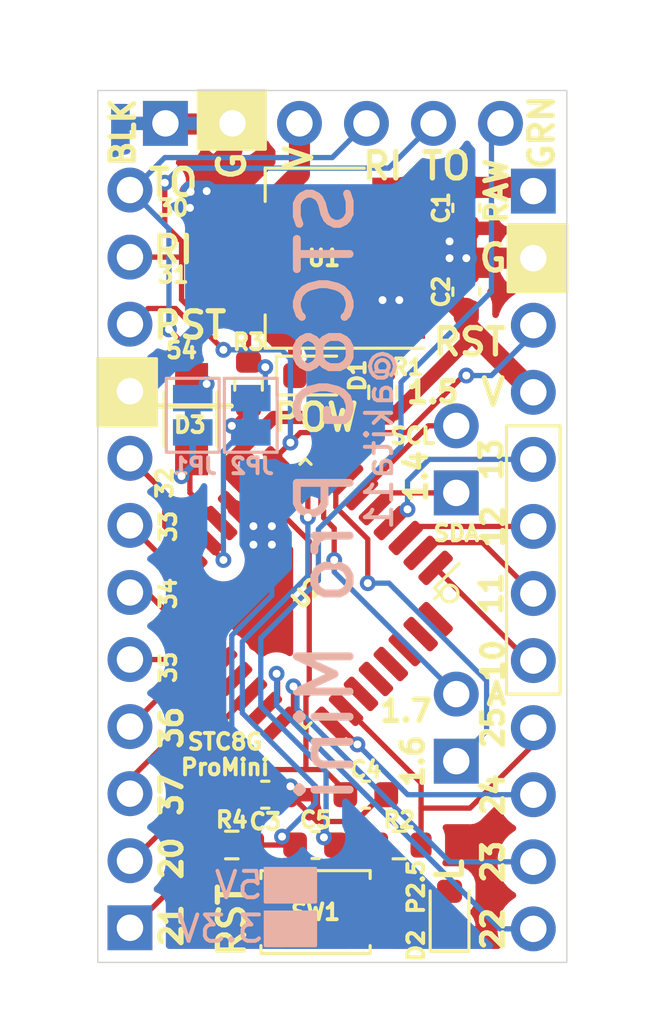
<source format=kicad_pcb>
(kicad_pcb (version 20211014) (generator pcbnew)
  (layers (0 "F.Cu" signal) (31 "B.Cu" signal) (34 "B.Paste" user) (35 "F.Paste" user) (36 "B.SilkS" user "B.Silkscreen") (37 "F.SilkS" user "F.Silkscreen") (38 "B.Mask" user) (39 "F.Mask" user) (44 "Edge.Cuts" user))
  (net 0 "")
  (net 1 "/RAW")
  (net 2 "GND")
  (net 3 "+5V")
  (net 4 "/P5.4")
  (net 5 "/DTR")
  (net 6 "Net-(D1-Pad2)")
  (net 7 "Net-(D2-Pad2)")
  (net 8 "/P2.1")
  (net 9 "/P2.0")
  (net 10 "/P3.7")
  (net 11 "/P3.6")
  (net 12 "/P3.5")
  (net 13 "/P3.4")
  (net 14 "/P3.3")
  (net 15 "/P3.2")
  (net 16 "/P3.1")
  (net 17 "/P3.0")
  (net 18 "/P1.4")
  (net 19 "/P1.5")
  (net 20 "/P1.6")
  (net 21 "/P1.7")
  (net 22 "/P1.3")
  (net 23 "/P1.2")
  (net 24 "/P2.5")
  (net 25 "Net-(U2-Pad14)")
  (net 26 "/P1.0")
  (net 27 "/P1.1")
  (net 28 "Net-(U2-Pad13)")
  (net 29 "/P2.2")
  (net 30 "/P2.3")
  (net 31 "/P2.4")
  (net 32 "/P2.6")
  (net 33 "/P2.7")
  (footprint "Resistor_SMD:R_0603_1608Metric" (layer "F.Cu") (at 5.08 28.575 180)
    (fp_text reference "R4" (at 0 0.9525) (layer "F.SilkS") (effects (font (size 0.6 0.6))))
    (fp_text value "10k")
    (pad "1" smd roundrect locked (at -0.825 0 180) (size 0.8 0.95) (layers "F.Cu" "F.Paste" "F.Mask") (net 4 "/P5.4"))
    (pad "2" smd roundrect locked (at 0.825 0 180) (size 0.8 0.95) (layers "F.Cu" "F.Paste" "F.Mask") (net 3 "+5V"))
  )
  (footprint "Package_QFP:LQFP-32_7x7mm_P0.8mm" (layer "F.Cu") (at 7.874 19.05 -135)
    (fp_text reference "U2" (at -0.044901 -0.044901 45) (layer "F.SilkS") (effects (font (size 0.6 0.6))))
    (fp_text value "MCU_STC8G2Kxx-LQFP32")
    (pad "1" smd roundrect (at -4.175 -2.8 225) (size 1.5 0.5) (layers "F.Cu" "F.Paste" "F.Mask") (net 26 "/P1.0"))
    (pad "2" smd roundrect (at -4.175 -2 225) (size 1.5 0.5) (layers "F.Cu" "F.Paste" "F.Mask") (net 27 "/P1.1"))
    (pad "3" smd roundrect (at -4.175 -1.2 225) (size 1.5 0.5) (layers "F.Cu" "F.Paste" "F.Mask") (net 23 "/P1.2"))
    (pad "4" smd roundrect (at -4.175 -0.4 225) (size 1.5 0.5) (layers "F.Cu" "F.Paste" "F.Mask") (net 22 "/P1.3"))
    (pad "5" smd roundrect (at -4.175 0.4 225) (size 1.5 0.5) (layers "F.Cu" "F.Paste" "F.Mask") (net 18 "/P1.4"))
    (pad "6" smd roundrect (at -4.175 1.2 225) (size 1.5 0.5) (layers "F.Cu" "F.Paste" "F.Mask") (net 19 "/P1.5"))
    (pad "7" smd roundrect (at -4.175 2 225) (size 1.5 0.5) (layers "F.Cu" "F.Paste" "F.Mask") (net 20 "/P1.6"))
    (pad "8" smd roundrect (at -4.175 2.8 225) (size 1.5 0.5) (layers "F.Cu" "F.Paste" "F.Mask") (net 21 "/P1.7"))
    (pad "9" smd roundrect (at -2.8 4.175 225) (size 0.5 1.5) (layers "F.Cu" "F.Paste" "F.Mask") (net 4 "/P5.4"))
    (pad "10" smd roundrect (at -2 4.175 225) (size 0.5 1.5) (layers "F.Cu" "F.Paste" "F.Mask") (net 3 "+5V"))
    (pad "11" smd roundrect (at -1.2 4.175 225) (size 0.5 1.5) (layers "F.Cu" "F.Paste" "F.Mask") (net 3 "+5V"))
    (pad "12" smd roundrect (at -0.4 4.175 225) (size 0.5 1.5) (layers "F.Cu" "F.Paste" "F.Mask") (net 2 "GND"))
    (pad "13" smd roundrect (at 0.4 4.175 225) (size 0.5 1.5) (layers "F.Cu" "F.Paste" "F.Mask") (net 28 "Net-(U2-Pad13)"))
    (pad "14" smd roundrect (at 1.2 4.175 225) (size 0.5 1.5) (layers "F.Cu" "F.Paste" "F.Mask") (net 25 "Net-(U2-Pad14)"))
    (pad "15" smd roundrect (at 2 4.175 225) (size 0.5 1.5) (layers "F.Cu" "F.Paste" "F.Mask") (net 15 "/P3.2"))
    (pad "16" smd roundrect (at 2.8 4.175 225) (size 0.5 1.5) (layers "F.Cu" "F.Paste" "F.Mask") (net 14 "/P3.3"))
    (pad "17" smd roundrect (at 4.175 2.8 225) (size 1.5 0.5) (layers "F.Cu" "F.Paste" "F.Mask") (net 13 "/P3.4"))
    (pad "18" smd roundrect (at 4.175 2 225) (size 1.5 0.5) (layers "F.Cu" "F.Paste" "F.Mask") (net 12 "/P3.5"))
    (pad "19" smd roundrect (at 4.175 1.2 225) (size 1.5 0.5) (layers "F.Cu" "F.Paste" "F.Mask") (net 11 "/P3.6"))
    (pad "20" smd roundrect (at 4.175 0.4 225) (size 1.5 0.5) (layers "F.Cu" "F.Paste" "F.Mask") (net 10 "/P3.7"))
    (pad "21" smd roundrect (at 4.175 -0.4 225) (size 1.5 0.5) (layers "F.Cu" "F.Paste" "F.Mask") (net 9 "/P2.0"))
    (pad "22" smd roundrect (at 4.175 -1.2 225) (size 1.5 0.5) (layers "F.Cu" "F.Paste" "F.Mask") (net 8 "/P2.1"))
    (pad "23" smd roundrect (at 4.175 -2 225) (size 1.5 0.5) (layers "F.Cu" "F.Paste" "F.Mask") (net 29 "/P2.2"))
    (pad "24" smd roundrect (at 4.175 -2.8 225) (size 1.5 0.5) (layers "F.Cu" "F.Paste" "F.Mask") (net 30 "/P2.3"))
    (pad "25" smd roundrect (at 2.8 -4.175 225) (size 0.5 1.5) (layers "F.Cu" "F.Paste" "F.Mask") (net 31 "/P2.4"))
    (pad "26" smd roundrect (at 2 -4.175 225) (size 0.5 1.5) (layers "F.Cu" "F.Paste" "F.Mask") (net 24 "/P2.5"))
    (pad "27" smd roundrect (at 1.2 -4.175 225) (size 0.5 1.5) (layers "F.Cu" "F.Paste" "F.Mask") (net 32 "/P2.6"))
    (pad "28" smd roundrect (at 0.4 -4.175 225) (size 0.5 1.5) (layers "F.Cu" "F.Paste" "F.Mask") (net 33 "/P2.7"))
    (pad "29" smd roundrect (at -0.4 -4.175 225) (size 0.5 1.5) (layers "F.Cu" "F.Paste" "F.Mask"))
    (pad "30" smd roundrect (at -1.2 -4.175 225) (size 0.5 1.5) (layers "F.Cu" "F.Paste" "F.Mask"))
    (pad "31" smd roundrect (at -2 -4.175 225) (size 0.5 1.5) (layers "F.Cu" "F.Paste" "F.Mask"))
    (pad "32" smd roundrect (at -2.8 -4.175 225) (size 0.5 1.5) (layers "F.Cu" "F.Paste" "F.Mask"))
  )
  (footprint "Connector_PinSocket_2.54mm:PinSocket_1x12_P2.54mm_Vertical" (layer "F.Cu") (at 16.51 3.81)
    (fp_text reference "J2" hide)
    (fp_text value "Conn_01x12")
    (pad "1" thru_hole rect (at 0 0) (size 1.7 1.7) (drill 1) (layers *.Cu *.Mask) (net 1 "/RAW"))
    (pad "2" thru_hole oval (at 0 2.54) (size 1.7 1.7) (drill 1) (layers *.Cu *.Mask) (net 2 "GND"))
    (pad "3" thru_hole oval (at 0 5.08) (size 1.7 1.7) (drill 1) (layers *.Cu *.Mask) (net 4 "/P5.4"))
    (pad "4" thru_hole oval (at 0 7.62) (size 1.7 1.7) (drill 1) (layers *.Cu *.Mask) (net 3 "+5V"))
    (pad "5" thru_hole oval (at 0 10.16) (size 1.7 1.7) (drill 1) (layers *.Cu *.Mask) (net 22 "/P1.3"))
    (pad "6" thru_hole oval (at 0 12.7) (size 1.7 1.7) (drill 1) (layers *.Cu *.Mask) (net 23 "/P1.2"))
    (pad "7" thru_hole oval (at 0 15.24) (size 1.7 1.7) (drill 1) (layers *.Cu *.Mask) (net 27 "/P1.1"))
    (pad "8" thru_hole oval (at 0 17.78) (size 1.7 1.7) (drill 1) (layers *.Cu *.Mask) (net 26 "/P1.0"))
    (pad "9" thru_hole oval (at 0 20.32) (size 1.7 1.7) (drill 1) (layers *.Cu *.Mask) (net 24 "/P2.5"))
    (pad "10" thru_hole oval (at 0 22.86) (size 1.7 1.7) (drill 1) (layers *.Cu *.Mask) (net 31 "/P2.4"))
    (pad "11" thru_hole oval (at 0 25.4) (size 1.7 1.7) (drill 1) (layers *.Cu *.Mask) (net 30 "/P2.3"))
    (pad "12" thru_hole oval (at 0 27.94) (size 1.7 1.7) (drill 1) (layers *.Cu *.Mask) (net 29 "/P2.2"))
  )
  (footprint "Capacitor_SMD:C_0603_1608Metric" (layer "F.Cu") (at 13.97 7.62 90)
    (fp_text reference "C2" (at 0 -0.9525 90) (layer "F.SilkS") (effects (font (size 0.6 0.6))))
    (fp_text value "10u")
    (pad "1" smd roundrect locked (at -0.775 0 90) (size 0.9 0.95) (layers "F.Cu" "F.Paste" "F.Mask") (net 3 "+5V"))
    (pad "2" smd roundrect locked (at 0.775 0 90) (size 0.9 0.95) (layers "F.Cu" "F.Paste" "F.Mask") (net 2 "GND"))
  )
  (footprint "Connector_PinSocket_2.54mm:PinSocket_1x12_P2.54mm_Vertical" (layer "F.Cu") (at 1.22 31.709995 180)
    (fp_text reference "J1" hide)
    (fp_text value "Conn_01x12")
    (pad "1" thru_hole rect (at 0 0 180) (size 1.7 1.7) (drill 1) (layers *.Cu *.Mask) (net 8 "/P2.1"))
    (pad "2" thru_hole oval (at 0 2.54 180) (size 1.7 1.7) (drill 1) (layers *.Cu *.Mask) (net 9 "/P2.0"))
    (pad "3" thru_hole oval (at 0 5.08 180) (size 1.7 1.7) (drill 1) (layers *.Cu *.Mask) (net 10 "/P3.7"))
    (pad "4" thru_hole oval (at 0 7.62 180) (size 1.7 1.7) (drill 1) (layers *.Cu *.Mask) (net 11 "/P3.6"))
    (pad "5" thru_hole oval (at 0 10.16 180) (size 1.7 1.7) (drill 1) (layers *.Cu *.Mask) (net 12 "/P3.5"))
    (pad "6" thru_hole oval (at 0 12.7 180) (size 1.7 1.7) (drill 1) (layers *.Cu *.Mask) (net 13 "/P3.4"))
    (pad "7" thru_hole oval (at 0 15.24 180) (size 1.7 1.7) (drill 1) (layers *.Cu *.Mask) (net 14 "/P3.3"))
    (pad "8" thru_hole oval (at 0 17.78 180) (size 1.7 1.7) (drill 1) (layers *.Cu *.Mask) (net 15 "/P3.2"))
    (pad "9" thru_hole oval (at 0 20.32 180) (size 1.7 1.7) (drill 1) (layers *.Cu *.Mask) (net 2 "GND"))
    (pad "10" thru_hole oval (at 0 22.86 180) (size 1.7 1.7) (drill 1) (layers *.Cu *.Mask) (net 4 "/P5.4"))
    (pad "11" thru_hole oval (at 0 25.4 180) (size 1.7 1.7) (drill 1) (layers *.Cu *.Mask) (net 16 "/P3.1"))
    (pad "12" thru_hole oval (at 0 27.94 180) (size 1.7 1.7) (drill 1) (layers *.Cu *.Mask) (net 17 "/P3.0"))
  )
  (footprint "LED_SMD:LED_0603_1608Metric" (layer "F.Cu") (at 8.255 10.795)
    (fp_text reference "D1" (at 1.5875 0 90) (layer "F.SilkS") (effects (font (size 0.6 0.6))))
    (fp_text value "LED")
    (pad "1" smd roundrect locked (at -0.7875 0) (size 0.875 0.95) (layers "F.Cu" "F.Paste" "F.Mask") (net 2 "GND"))
    (pad "2" smd roundrect locked (at 0.7875 0) (size 0.875 0.95) (layers "F.Cu" "F.Paste" "F.Mask") (net 6 "Net-(D1-Pad2)"))
  )
  (footprint "Capacitor_SMD:C_0603_1608Metric" (layer "F.Cu") (at 6.35 26.67)
    (fp_text reference "C3" (at 0 1.016) (layer "F.SilkS") (effects (font (size 0.6 0.6))))
    (fp_text value "0.1u")
    (pad "1" smd roundrect locked (at -0.775 0) (size 0.9 0.95) (layers "F.Cu" "F.Paste" "F.Mask") (net 3 "+5V"))
    (pad "2" smd roundrect locked (at 0.775 0) (size 0.9 0.95) (layers "F.Cu" "F.Paste" "F.Mask") (net 2 "GND"))
  )
  (footprint "Button_Switch_SMD:SW_Push_SPST_NO_Alps_SKRK" (layer "F.Cu") (at 8.255 31.115)
    (fp_text reference "SW1" (at 0 0) (layer "F.SilkS") (effects (font (size 0.6 0.6))))
    (fp_text value "SW_Push")
    (pad "1" smd roundrect locked (at -2.1 0) (size 0.8 2) (layers "F.Cu" "F.Paste" "F.Mask") (net 4 "/P5.4"))
    (pad "2" smd roundrect locked (at 2.1 0) (size 0.8 2) (layers "F.Cu" "F.Paste" "F.Mask") (net 2 "GND"))
  )
  (footprint "Resistor_SMD:R_0603_1608Metric" (layer "F.Cu") (at 11.43 28.575 180)
    (fp_text reference "R2" (at 0 0.9525) (layer "F.SilkS") (effects (font (size 0.6 0.6))))
    (fp_text value "1k")
    (pad "1" smd roundrect locked (at -0.825 0 180) (size 0.8 0.95) (layers "F.Cu" "F.Paste" "F.Mask") (net 24 "/P2.5"))
    (pad "2" smd roundrect locked (at 0.825 0 180) (size 0.8 0.95) (layers "F.Cu" "F.Paste" "F.Mask") (net 7 "Net-(D2-Pad2)"))
  )
  (footprint "Resistor_SMD:R_0603_1608Metric" (layer "F.Cu") (at 10.795 11.43 90)
    (fp_text reference "R1" (at 0.9525 0.9525 180) (layer "F.SilkS") (effects (font (size 0.6 0.6))))
    (fp_text value "1k")
    (pad "1" smd roundrect locked (at -0.825 0 90) (size 0.8 0.95) (layers "F.Cu" "F.Paste" "F.Mask") (net 3 "+5V"))
    (pad "2" smd roundrect locked (at 0.825 0 90) (size 0.8 0.95) (layers "F.Cu" "F.Paste" "F.Mask") (net 6 "Net-(D1-Pad2)"))
  )
  (footprint "Connector_PinSocket_2.54mm:PinSocket_1x02_P2.54mm_Vertical" (layer "F.Cu") (at 13.589 25.4 180)
    (fp_text reference "J4" hide)
    (fp_text value "Conn_01x02")
    (pad "1" thru_hole rect (at 0 0 180) (size 1.7 1.7) (drill 1) (layers *.Cu *.Mask) (net 20 "/P1.6"))
    (pad "2" thru_hole oval (at 0 2.54 180) (size 1.7 1.7) (drill 1) (layers *.Cu *.Mask) (net 21 "/P1.7"))
  )
  (footprint "Package_TO_SOT_SMD:SOT-223-3_TabPin2" (layer "F.Cu") (at 8.255 6.35 180)
    (fp_text reference "U1" (at -0.3175 0) (layer "F.SilkS") (effects (font (size 0.6 0.6))))
    (fp_text value "LM1117-5.0")
    (pad "1" smd rect locked (at -3.15 -2.3 180) (size 2 1.5) (layers "F.Cu" "F.Paste" "F.Mask") (net 2 "GND"))
    (pad "2" smd rect locked (at 3.15 0 180) (size 2 3.8) (layers "F.Cu" "F.Paste" "F.Mask") (net 3 "+5V"))
    (pad "2" smd rect locked (at -3.15 0 180) (size 2 1.5) (layers "F.Cu" "F.Paste" "F.Mask") (net 3 "+5V"))
    (pad "3" smd rect locked (at -3.15 2.3 180) (size 2 1.5) (layers "F.Cu" "F.Paste" "F.Mask") (net 1 "/RAW"))
  )
  (footprint "Capacitor_SMD:C_0603_1608Metric" (layer "F.Cu") (at 13.97 4.445 -90)
    (fp_text reference "C1" (at 0 0.9525 90) (layer "F.SilkS") (effects (font (size 0.6 0.6))))
    (fp_text value "0.1u")
    (pad "1" smd roundrect locked (at -0.775 0 270) (size 0.9 0.95) (layers "F.Cu" "F.Paste" "F.Mask") (net 1 "/RAW"))
    (pad "2" smd roundrect locked (at 0.775 0 270) (size 0.9 0.95) (layers "F.Cu" "F.Paste" "F.Mask") (net 2 "GND"))
  )
  (footprint "Connector_PinSocket_2.54mm:PinSocket_1x06_P2.54mm_Vertical" (layer "F.Cu") (at 2.565001 1.245 90)
    (fp_text reference "J5" hide)
    (fp_text value "Conn_01x06")
    (pad "1" thru_hole rect (at 0 0 90) (size 1.7 1.7) (drill 1) (layers *.Cu *.Mask) (net 2 "GND"))
    (pad "2" thru_hole oval (at 0 2.54 90) (size 1.7 1.7) (drill 1) (layers *.Cu *.Mask) (net 2 "GND"))
    (pad "3" thru_hole oval (at 0 5.08 90) (size 1.7 1.7) (drill 1) (layers *.Cu *.Mask) (net 3 "+5V"))
    (pad "4" thru_hole oval (at 0 7.62 90) (size 1.7 1.7) (drill 1) (layers *.Cu *.Mask) (net 17 "/P3.0"))
    (pad "5" thru_hole oval (at 0 10.16 90) (size 1.7 1.7) (drill 1) (layers *.Cu *.Mask) (net 16 "/P3.1"))
    (pad "6" thru_hole oval (at 0 12.7 90) (size 1.7 1.7) (drill 1) (layers *.Cu *.Mask) (net 5 "/DTR"))
  )
  (footprint "akita:D_SOD123FL" (layer "F.Cu") (at 3.556 12.446 90)
    (fp_text reference "D3" (at -0.5715 -0.0635 180) (layer "F.SilkS") (effects (font (size 0.6 0.6)) (justify bottom)))
    (fp_text value "DIODE")
    (pad "A" smd rect locked (at -1.55 0 90) (size 1.15 1.25) (layers "F.Cu" "F.Paste" "F.Mask") (net 28 "Net-(U2-Pad13)"))
    (pad "K" smd rect locked (at 1.55 0 90) (size 1.15 1.25) (layers "F.Cu" "F.Paste" "F.Mask") (net 17 "/P3.0"))
  )
  (footprint "Connector_PinSocket_2.54mm:PinSocket_1x02_P2.54mm_Vertical" (layer "F.Cu") (at 13.589 15.24 180)
    (fp_text reference "J3" hide)
    (fp_text value "Conn_01x02")
    (pad "1" thru_hole rect (at 0 0 180) (size 1.7 1.7) (drill 1) (layers *.Cu *.Mask) (net 18 "/P1.4"))
    (pad "2" thru_hole oval (at 0 2.54 180) (size 1.7 1.7) (drill 1) (layers *.Cu *.Mask) (net 19 "/P1.5"))
  )
  (footprint "LED_SMD:LED_0603_1608Metric" (layer "F.Cu") (at 13.335 31.115 90)
    (fp_text reference "D2" (at -1.27 -1.27 90) (layer "F.SilkS") (effects (font (size 0.6 0.6))))
    (fp_text value "LED")
    (pad "1" smd roundrect locked (at -0.7875 0 90) (size 0.875 0.95) (layers "F.Cu" "F.Paste" "F.Mask") (net 2 "GND"))
    (pad "2" smd roundrect locked (at 0.7875 0 90) (size 0.875 0.95) (layers "F.Cu" "F.Paste" "F.Mask") (net 7 "Net-(D2-Pad2)"))
  )
  (footprint "Resistor_SMD:R_0603_1608Metric" (layer "F.Cu") (at 5.715 11.1125 -90)
    (fp_text reference "R3" (at -1.5875 0 180) (layer "F.SilkS") (effects (font (size 0.6 0.6))))
    (fp_text value "100")
    (pad "1" smd roundrect locked (at -0.825 0 270) (size 0.8 0.95) (layers "F.Cu" "F.Paste" "F.Mask") (net 16 "/P3.1"))
    (pad "2" smd roundrect locked (at 0.825 0 270) (size 0.8 0.95) (layers "F.Cu" "F.Paste" "F.Mask") (net 25 "Net-(U2-Pad14)"))
  )
  (footprint "Capacitor_SMD:C_0603_1608Metric" (layer "F.Cu") (at 8.255 28.575)
    (fp_text reference "C5" (at 0 -0.9525) (layer "F.SilkS") (effects (font (size 0.6 0.6))))
    (fp_text value "0.1u")
    (pad "1" smd roundrect locked (at -0.775 0) (size 0.9 0.95) (layers "F.Cu" "F.Paste" "F.Mask") (net 4 "/P5.4"))
    (pad "2" smd roundrect locked (at 0.775 0) (size 0.9 0.95) (layers "F.Cu" "F.Paste" "F.Mask") (net 5 "/DTR"))
  )
  (footprint "Capacitor_SMD:C_0603_1608Metric" (layer "F.Cu") (at 10.16 26.67)
    (fp_text reference "C4" (at 0 -0.9525) (layer "F.SilkS") (effects (font (size 0.6 0.6))))
    (fp_text value "10u")
    (pad "1" smd roundrect locked (at -0.775 0) (size 0.9 0.95) (layers "F.Cu" "F.Paste" "F.Mask") (net 3 "+5V"))
    (pad "2" smd roundrect locked (at 0.775 0) (size 0.9 0.95) (layers "F.Cu" "F.Paste" "F.Mask") (net 2 "GND"))
  )
  (footprint "Jumper:SolderJumper-2_P1.3mm_Bridged_Pad1.0x1.5mm" (layer "B.Cu") (at 5.8 12.3 -90)
    (fp_text reference "JP2" (at 1.924 -0.042 180) (layer "B.SilkS") (effects (font (size 0.6 0.6)) (justify mirror)))
    (fp_text value "Jumper_2_Bridged")
    (fp_poly (pts (xy -0.25 0.3) (xy 0.25 0.3) (xy 0.25 -0.3) (xy -0.25 -0.3)) (layer "B.Cu") (width 0) (fill solid))
    (pad "1" smd rect locked (at -0.65 0 270) (size 1 1.5) (layers "B.Cu" "B.Mask") (net 16 "/P3.1"))
    (pad "2" smd rect locked (at 0.65 0 270) (size 1 1.5) (layers "B.Cu" "B.Mask") (net 25 "Net-(U2-Pad14)"))
  )
  (footprint "Jumper:SolderJumper-2_P1.3mm_Bridged_Pad1.0x1.5mm" (layer "B.Cu") (at 3.6 12.3 -90)
    (fp_text reference "JP1" (at 1.924 -0.083 180) (layer "B.SilkS") (effects (font (size 0.6 0.6)) (justify mirror)))
    (fp_text value "Jumper_2_Bridged")
    (fp_poly (pts (xy -0.25 0.3) (xy 0.25 0.3) (xy 0.25 -0.3) (xy -0.25 -0.3)) (layer "B.Cu") (width 0) (fill solid))
    (pad "1" smd rect locked (at -0.65 0 270) (size 1 1.5) (layers "B.Cu" "B.Mask") (net 17 "/P3.0"))
    (pad "2" smd rect locked (at 0.65 0 270) (size 1 1.5) (layers "B.Cu" "B.Mask") (net 28 "Net-(U2-Pad13)"))
  )
  (gr_rect (start 6.35 30.734) (end 8.255 29.464) (layer "B.SilkS") (width 0.12) (fill solid))
  (gr_rect (start 6.35 32.385) (end 8.255 31.115) (layer "B.SilkS") (width 0.12) (fill solid))
  (gr_rect (start 3.81 0) (end 6.35 2.2225) (layer "F.SilkS") (width 0.12) (fill solid))
  (gr_line (start 17.526 22.86) (end 17.526 12.7) (layer "F.SilkS") (width 0.12))
  (gr_rect (start 15.5575 7.62) (end 17.78 5.08) (layer "F.SilkS") (width 0.12) (fill solid))
  (gr_rect (start 0 12.7) (end 2.2225 10.16) (layer "F.SilkS") (width 0.12) (fill solid))
  (gr_line (start 17.526 12.7) (end 15.494 12.7) (layer "F.SilkS") (width 0.12))
  (gr_line (start 15.494 12.7) (end 15.494 22.86) (layer "F.SilkS") (width 0.12))
  (gr_line (start 15.494 22.86) (end 17.526 22.86) (layer "F.SilkS") (width 0.12))
  (gr_circle (center 13.335 19.05) (end 13.6525 19.05) (layer "F.SilkS") (width 0.12) (fill none))
  (gr_line (start 17.78 33.02) (end 0 33.02) (layer "Edge.Cuts") (width 0.05))
  (gr_line (start 0 33.02) (end 0 0) (layer "Edge.Cuts") (width 0.05))
  (gr_line (start 17.78 0) (end 17.78 33.02) (layer "Edge.Cuts") (width 0.05))
  (gr_line (start 0 0) (end 17.78 0) (layer "Edge.Cuts") (width 0.05))
  (gr_text "@akita11" (at 10.668 13.208 90) (layer "B.SilkS") (effects (font (size 1 1)) (justify mirror)))
  (gr_text "STC8G Pro Mini" (at 8.636 15.24 90) (layer "B.SilkS") (effects (font (size 2 2) (thickness 0.3)) (justify mirror)))
  (gr_text "3.3V" (at 6.35 31.75) (layer "B.SilkS") (effects (font (size 1 1)) (justify left mirror)))
  (gr_text "5V" (at 6.35 30.099) (layer "B.SilkS") (effects (font (size 1 1)) (justify left mirror)))
  (gr_text "22" (at 14.986 31.75 90) (layer "F.SilkS") (effects (font (size 0.8 0.8) (thickness 0.2))))
  (gr_text "12" (at 14.986 16.51 90) (layer "F.SilkS") (effects (font (size 0.8 0.8) (thickness 0.2))))
  (gr_text "SDA" (at 13.589 16.764) (layer "F.SilkS") (effects (font (size 0.6 0.6))))
  (gr_text "32" (at 2.54 14.859 90) (layer "F.SilkS") (effects (font (size 0.6 0.6))))
  (gr_text "RST" (at 5.08 31.4325 90) (layer "F.SilkS") (effects (font (size 1 1) (thickness 0.2))))
  (gr_text "STC8G\nProMini" (at 4.826 25.146) (layer "F.SilkS") (effects (font (size 0.6 0.6))))
  (gr_text "RI" (at 10.795 2.8575) (layer "F.SilkS") (effects (font (size 1 1) (thickness 0.2))))
  (gr_text "10" (at 14.986 21.59 90) (layer "F.SilkS") (effects (font (size 0.8 0.8) (thickness 0.2))))
  (gr_text "25" (at 14.986 24.13 90) (layer "F.SilkS") (effects (font (size 0.8 0.8) (thickness 0.2))))
  (gr_text "11" (at 14.9225 19.05 90) (layer "F.SilkS") (effects (font (size 0.8 0.8) (thickness 0.2))))
  (gr_text "P2.5\n" (at 12.065 30.1625 90) (layer "F.SilkS") (effects (font (size 0.6 0.6))))
  (gr_text "RST" (at 14.097 9.525) (layer "F.SilkS") (effects (font (size 1 1) (thickness 0.2))))
  (gr_text "POW" (at 8.255 12.3825) (layer "F.SilkS") (effects (font (size 1 1) (thickness 0.2))))
  (gr_text "L" (at 13.335 29.5275 90) (layer "F.SilkS") (effects (font (size 1 1) (thickness 0.2))))
  (gr_text "37" (at 2.794 26.67 90) (layer "F.SilkS") (effects (font (size 0.8 0.8) (thickness 0.2))))
  (gr_text "SCL" (at 11.938 13.081) (layer "F.SilkS") (effects (font (size 0.6 0.6))))
  (gr_text "13" (at 14.9225 13.97 90) (layer "F.SilkS") (effects (font (size 0.8 0.8) (thickness 0.2))))
  (gr_text "54" (at 3.175 9.8425) (layer "F.SilkS") (effects (font (size 0.6 0.6))))
  (gr_text "G" (at 5.08 2.8575 90) (layer "F.SilkS") (effects (font (size 1 1) (thickness 0.2))))
  (gr_text "A" (at 15.113 22.86) (layer "F.SilkS") (effects (font (size 0.8 0.8) (thickness 0.2))))
  (gr_text "RAW" (at 15.113 3.81 90) (layer "F.SilkS") (effects (font (size 0.8 0.8) (thickness 0.2))))
  (gr_text "1.7" (at 11.684 23.495) (layer "F.SilkS") (effects (font (size 0.8 0.8) (thickness 0.2))))
  (gr_text "GRN" (at 16.8275 1.5875 90) (layer "F.SilkS") (effects (font (size 0.9 0.9) (thickness 0.2))))
  (gr_text "1.6" (at 11.938 25.4 90) (layer "F.SilkS") (effects (font (size 0.8 0.8) (thickness 0.2))))
  (gr_text "36" (at 2.794 24.13 90) (layer "F.SilkS") (effects (font (size 0.8 0.8) (thickness 0.2))))
  (gr_text "31" (at 2.8575 6.985) (layer "F.SilkS") (effects (font (size 0.6 0.6))))
  (gr_text "34" (at 2.667 19.05 90) (layer "F.SilkS") (effects (font (size 0.6 0.6))))
  (gr_text "TO" (at 13.208 2.8575) (layer "F.SilkS") (effects (font (size 1 1) (thickness 0.2))))
  (gr_text "30" (at 2.8575 4.445) (layer "F.SilkS") (effects (font (size 0.6 0.6))))
  (gr_text "24" (at 14.986 26.67 90) (layer "F.SilkS") (effects (font (size 0.8 0.8) (thickness 0.2))))
  (gr_text "1.4\n" (at 12.065 14.605 90) (layer "F.SilkS") (effects (font (size 0.8 0.8) (thickness 0.2))))
  (gr_text "1.5" (at 12.7 11.43) (layer "F.SilkS") (effects (font (size 0.8 0.8) (thickness 0.2))))
  (gr_text "20" (at 2.794 29.083 90) (layer "F.SilkS") (effects (font (size 0.8 0.8) (thickness 0.2))))
  (gr_text "G" (at 14.986 6.35) (layer "F.SilkS") (effects (font (size 1 1) (thickness 0.2))))
  (gr_text "RI" (at 2.8575 6.0325) (layer "F.SilkS") (effects (font (size 1 1) (thickness 0.2))))
  (gr_text "21" (at 2.794 31.623 90) (layer "F.SilkS") (effects (font (size 0.8 0.8) (thickness 0.2))))
  (gr_text "35\n" (at 2.667 21.844 90) (layer "F.SilkS") (effects (font (size 0.6 0.6))))
  (gr_text "V" (at 7.62 2.54 90) (layer "F.SilkS") (effects (font (size 1 1) (thickness 0.2))))
  (gr_text "TO" (at 2.8575 3.4925) (layer "F.SilkS") (effects (font (size 1 1) (thickness 0.2))))
  (gr_text "RST" (at 3.4925 8.89) (layer "F.SilkS") (effects (font (size 1 1) (thickness 0.2))))
  (gr_text "33" (at 2.667 16.51 90) (layer "F.SilkS") (effects (font (size 0.6 0.6))))
  (gr_text "BLK" (at 0.9525 1.5875 90) (layer "F.SilkS") (effects (font (size 0.9 0.9) (thickness 0.2))))
  (gr_text "23" (at 14.986 29.21 90) (layer "F.SilkS") (effects (font (size 0.8 0.8) (thickness 0.2))))
  (gr_text "V" (at 14.986 11.43) (layer "F.SilkS") (effects (font (size 1 1) (thickness 0.2))))
  (segment (start 13.97 3.67) (end 16.37 3.67) (width 0.8) (layer "F.Cu") (net 1))
  (segment (start 13.97 3.67) (end 11.57 3.67) (width 0.8) (layer "F.Cu") (net 1))
  (segment (start 5.9 17.2) (end 6 17.2) (width 0.6) (layer "F.Cu") (net 2))
  (segment (start 7.4675 10.795) (end 10.325 7.9375) (width 0.2) (layer "F.Cu") (net 2))
  (segment (start 6.2 16.5) (end 6.2 17) (width 0.6) (layer "F.Cu") (net 2))
  (segment (start 3.4925 4.445) (end 3.4925 3.863478) (width 0.8) (layer "F.Cu") (net 2))
  (segment (start 6.2 16.5) (end 6.6 16.5) (width 0.6) (layer "F.Cu") (net 2))
  (segment (start 3.4925 3.863478) (end 3.545978 3.81) (width 0.8) (layer "F.Cu") (net 2))
  (segment (start 3.519239 3.836739) (end 5.08 2.275978) (width 0.8) (layer "F.Cu") (net 2))
  (segment (start 5.9 16.5) (end 6.2 16.5) (width 0.6) (layer "F.Cu") (net 2))
  (segment (start 11.405 7.9625) (end 11.43 7.9375) (width 0.8) (layer "F.Cu") (net 2))
  (segment (start 6 17.2) (end 6.6 17.2) (width 0.6) (layer "F.Cu") (net 2))
  (segment (start 11.405 8.65) (end 11.405 7.9625) (width 0.8) (layer "F.Cu") (net 2))
  (segment (start 13.97 5.22) (end 13.97 6.0325) (width 0.8) (layer "F.Cu") (net 2))
  (segment (start 9.77952 27.68548) (end 10.795 26.67) (width 0.2) (layer "F.Cu") (net 2))
  (segment (start 8.31798 27.68548) (end 7.3025 26.67) (width 0.2) (layer "F.Cu") (net 2))
  (segment (start 13.335 5.715) (end 13.335 6.35) (width 0.8) (layer "F.Cu") (net 2))
  (segment (start 7.125 26.53) (end 7.3025 26.3525) (width 0.2) (layer "F.Cu") (net 2))
  (segment (start 10.355 31.115) (end 10.355 29.7225) (width 0.2) (layer "F.Cu") (net 2))
  (segment (start 13.335 5.715) (end 13.6525 5.715) (width 0.8) (layer "F.Cu") (net 2))
  (segment (start 10.355 31.6275) (end 10.4775 31.75) (width 0.2) (layer "F.Cu") (net 2))
  (segment (start 10.355 31.115) (end 10.355 31.6275) (width 0.2) (layer "F.Cu") (net 2))
  (segment (start 10.4775 31.75) (end 13.335 31.75) (width 0.2) (layer "F.Cu") (net 2))
  (segment (start 13.97 6.35) (end 16.51 6.35) (width 0.8) (layer "F.Cu") (net 2))
  (segment (start 9.77952 27.68548) (end 8.31798 27.68548) (width 0.2) (layer "F.Cu") (net 2))
  (segment (start 10.325 7.9375) (end 10.795 7.9375) (width 0.2) (layer "F.Cu") (net 2))
  (segment (start 13.335 6.35) (end 13.97 6.35) (width 0.8) (layer "F.Cu") (net 2))
  (segment (start 5.08 1.27) (end 2.54 1.27) (width 0.8) (layer "F.Cu") (net 2))
  (segment (start 3.4925 3.863478) (end 3.519239 3.836739) (width 0.8) (layer "F.Cu") (net 2))
  (segment (start 10.355 29.7225) (end 9.77952 29.14702) (width 0.2) (layer "F.Cu") (net 2))
  (segment (start 13.97 6.0325) (end 13.97 6.985) (width 0.8) (layer "F.Cu") (net 2))
  (segment (start 7.125 26.67) (end 7.125 26.53) (width 0.2) (layer "F.Cu") (net 2))
  (segment (start 5.214986 15.814986) (end 5.9 16.5) (width 0.6) (layer "F.Cu") (net 2))
  (segment (start 6.2 17) (end 6 17.2) (width 0.6) (layer "F.Cu") (net 2))
  (segment (start 5.08 2.275978) (end 5.08 1.27) (width 0.8) (layer "F.Cu") (net 2))
  (segment (start 9.77952 29.14702) (end 9.77952 27.68548) (width 0.2) (layer "F.Cu") (net 2))
  (segment (start 3.545978 3.81) (end 4.1275 3.81) (width 0.8) (layer "F.Cu") (net 2))
  (segment (start 5.204672 15.814986) (end 5.214986 15.814986) (width 0.6) (layer "F.Cu") (net 2))
  (via (at 6.6 17.2) (size 0.6) (drill 0.3) (layers "F.Cu" "B.Cu") (net 2))
  (via (at 13.335 5.715) (size 0.6) (drill 0.3) (layers "F.Cu" "B.Cu") (net 2))
  (via (at 3.4925 4.445) (size 0.6) (drill 0.3) (layers "F.Cu" "B.Cu") (net 2))
  (via (at 3.519239 3.836739) (size 0.6) (drill 0.3) (layers "F.Cu" "B.Cu") (net 2))
  (via (at 4.1275 3.81) (size 0.6) (drill 0.3) (layers "F.Cu" "B.Cu") (net 2))
  (via (at 13.97 6.35) (size 0.6) (drill 0.3) (layers "F.Cu" "B.Cu") (net 2))
  (via (at 11.43 7.9375) (size 0.6) (drill 0.3) (layers "F.Cu" "B.Cu") (net 2))
  (via (at 7.3025 26.3525) (size 0.6) (drill 0.3) (layers "F.Cu" "B.Cu") (net 2))
  (via (at 10.795 7.9375) (size 0.6) (drill 0.3) (layers "F.Cu" "B.Cu") (net 2))
  (via (at 6.6 16.5) (size 0.6) (drill 0.3) (layers "F.Cu" "B.Cu") (net 2))
  (via (at 13.335 6.35) (size 0.6) (drill 0.3) (layers "F.Cu" "B.Cu") (net 2))
  (via (at 5.9 17.2) (size 0.6) (drill 0.3) (layers "F.Cu" "B.Cu") (net 2))
  (via (at 5.9 16.5) (size 0.6) (drill 0.3) (layers "F.Cu" "B.Cu") (net 2))
  (segment (start 5.9 16.5) (end 6.6 16.5) (width 0.8) (layer "B.Cu") (net 2))
  (segment (start 10.795 12.062898) (end 10.795 7.9375) (width 0.8) (layer "B.Cu") (net 2))
  (segment (start 11.43 7.9375) (end 11.43 6.35) (width 0.8) (layer "B.Cu") (net 2))
  (segment (start 7.3025 26.3525) (end 5.08 24.13) (width 0.2) (layer "B.Cu") (net 2))
  (segment (start 13.335 5.715) (end 13.97 6.35) (width 0.8) (layer "B.Cu") (net 2))
  (segment (start 10.795 7.9375) (end 10.795 6.985) (width 0.8) (layer "B.Cu") (net 2))
  (segment (start 3.4925 4.445) (end 4.1275 3.81) (width 0.8) (layer "B.Cu") (net 2))
  (segment (start 5.08 20.6375) (end 6.6 19.1175) (width 0.2) (layer "B.Cu") (net 2))
  (segment (start 6.6 16.5) (end 6.6 16.257898) (width 0.8) (layer "B.Cu") (net 2))
  (segment (start 6.6 19.1175) (end 6.6 17.2) (width 0.2) (layer "B.Cu") (net 2))
  (segment (start 1.22 11.39) (end 1.6275 11.39) (width 0.8) (layer "B.Cu") (net 2))
  (segment (start 4.1275 3.81) (end 3.545978 3.81) (width 0.8) (layer "B.Cu") (net 2))
  (segment (start 13.97 6.35) (end 11.43 6.35) (width 0.8) (layer "B.Cu") (net 2))
  (segment (start 10.795 6.985) (end 10.16 6.35) (width 0.8) (layer "B.Cu") (net 2))
  (segment (start 6.6 17.2) (end 6.6 16.5) (width 0.8) (layer "B.Cu") (net 2))
  (segment (start 3.4925 4.445) (end 5.3975 6.35) (width 0.8) (layer "B.Cu") (net 2))
  (segment (start 10.16 6.35) (end 11.43 6.35) (width 0.8) (layer "B.Cu") (net 2))
  (segment (start 6.6 16.257898) (end 10.795 12.062898) (width 0.8) (layer "B.Cu") (net 2))
  (segment (start 5.9 16.5) (end 5.9 17.2) (width 0.8) (layer "B.Cu") (net 2))
  (segment (start 3.545978 3.81) (end 3.519239 3.836739) (width 0.8) (layer "B.Cu") (net 2))
  (segment (start 10.795 7.9375) (end 11.43 7.9375) (width 0.8) (layer "B.Cu") (net 2))
  (segment (start 5.9 17.2) (end 6.6 17.2) (width 0.8) (layer "B.Cu") (net 2))
  (segment (start 5.3975 6.35) (end 10.16 6.35) (width 0.8) (layer "B.Cu") (net 2))
  (segment (start 1.6275 11.39) (end 5.3975 7.62) (width 0.8) (layer "B.Cu") (net 2))
  (segment (start 5.3975 7.62) (end 5.3975 6.35) (width 0.8) (layer "B.Cu") (net 2))
  (segment (start 5.08 24.13) (end 5.08 20.6375) (width 0.2) (layer "B.Cu") (net 2))
  (segment (start 5.055 1.245) (end 5.08 1.27) (width 0.6) (layer "B.Cu") (net 2))
  (segment (start 5.770357 15.249301) (end 6.396056 15.875) (width 0.2) (layer "F.Cu") (net 3))
  (segment (start 5.08 13.97) (end 5.3975 13.6525) (width 0.5) (layer "F.Cu") (net 3))
  (segment (start 6.396056 15.875) (end 6.822849 15.875) (width 0.2) (layer "F.Cu") (net 3))
  (segment (start 7.645 2.515) (end 7.645 3.15) (width 0.8) (layer "F.Cu") (net 3))
  (segment (start 11.833953 6.35) (end 13.738953 8.255) (width 0.8) (layer "F.Cu") (net 3))
  (segment (start 7.891423 22.9416) (end 7.891423 25.671423) (width 0.2) (layer "F.Cu") (net 3))
  (segment (start 13.738953 8.255) (end 13.97 8.255) (width 0.8) (layer "F.Cu") (net 3))
  (segment (start 5.770357 15.249301) (end 5.724301 15.249301) (width 0.5) (layer "F.Cu") (net 3))
  (segment (start 11.405 6.35) (end 5.08 6.35) (width 0.8) (layer "F.Cu") (net 3))
  (segment (start 6.6675 12.3825) (end 10.795 12.3825) (width 0.5) (layer "F.Cu") (net 3))
  (segment (start 4.255 28.4475) (end 5.715 26.9875) (width 0.2) (layer "F.Cu") (net 3))
  (segment (start 6.822849 15.875) (end 8.016064 17.068215) (width 0.2) (layer "F.Cu") (net 3))
  (segment (start 7.9375 25.7175) (end 6.35 25.7175) (width 0.2) (layer "F.Cu") (net 3))
  (segment (start 7.645 1.245) (end 7.645 2.515) (width 0.8) (layer "F.Cu") (net 3))
  (segment (start 6.35 25.7175) (end 5.3975 26.67) (width 0.2) (layer "F.Cu") (net 3))
  (segment (start 6.336043 14.591043) (end 5.3975 13.6525) (width 0.5) (layer "F.Cu") (net 3))
  (segment (start 7.645 3.15) (end 5.715 5.08) (width 0.8) (layer "F.Cu") (net 3))
  (segment (start 8.016064 17.068215) (end 8.016064 22.816959) (width 0.2) (layer "F.Cu") (net 3))
  (segment (start 11.405 6.35) (end 11.833953 6.35) (width 0.8) (layer "F.Cu") (net 3))
  (segment (start 8.016064 22.816959) (end 7.891423 22.9416) (width 0.2) (layer "F.Cu") (net 3))
  (segment (start 13.97 9.525) (end 13.97 8.5725) (width 0.5) (layer "F.Cu") (net 3))
  (segment (start 6.336043 14.683616) (end 6.336043 14.591043) (width 0.5) (layer "F.Cu") (net 3))
  (segment (start 11.24 12.255) (end 13.97 9.525) (width 0.5) (layer "F.Cu") (net 3))
  (segment (start 9.385 26.67) (end 9.385 26.53) (width 0.2) (layer "F.Cu") (net 3))
  (segment (start 9.385 26.53) (end 8.5725 25.7175) (width 0.2) (layer "F.Cu") (net 3))
  (segment (start 5.715 26.9875) (end 5.715 26.67) (width 0.2) (layer "F.Cu") (net 3))
  (segment (start 16.51 11.43) (end 13.97 8.89) (width 0.8) (layer "F.Cu") (net 3))
  (segment (start 5.3975 13.6525) (end 6.6675 12.3825) (width 0.5) (layer "F.Cu") (net 3))
  (segment (start 7.891423 25.671423) (end 7.9375 25.7175) (width 0.2) (layer "F.Cu") (net 3))
  (segment (start 5.08 14.605) (end 5.08 13.97) (width 0.5) (layer "F.Cu") (net 3))
  (segment (start 13.97 8.89) (end 13.97 8.255) (width 0.8) (layer "F.Cu") (net 3))
  (segment (start 4.255 28.575) (end 4.255 28.4475) (width 0.2) (layer "F.Cu") (net 3))
  (segment (start 5.724301 15.249301) (end 5.08 14.605) (width 0.5) (layer "F.Cu") (net 3))
  (segment (start 8.5725 25.7175) (end 7.9375 25.7175) (width 0.2) (layer "F.Cu") (net 3))
  (segment (start 10.795 12.255) (end 11.24 12.255) (width 0.5) (layer "F.Cu") (net 3))
  (segment (start 3.640002 8.94903) (end 2.945972 8.255) (width 0.2) (layer "F.Cu") (net 4))
  (segment (start 6.901728 14.319829) (end 6.901728 14.11793) (width 0.2) (layer "F.Cu") (net 4))
  (segment (start 6.901728 13.735772) (end 7.3025 13.335) (width 0.2) (layer "F.Cu") (net 4))
  (segment (start 2.945972 8.255) (end 1.905 8.255) (width 0.2) (layer "F.Cu") (net 4))
  (segment (start 6.901728 14.11793) (end 6.901728 13.735772) (width 0.2) (layer "F.Cu") (net 4))
  (segment (start 7.68298 12.95452) (end 11.707418 12.95452) (width 0.2) (layer "F.Cu") (net 4))
  (segment (start 7.48 28.575) (end 7.3025 28.575) (width 0.2) (layer "F.Cu") (net 4))
  (segment (start 6.155 31.115) (end 6.155 28.6975) (width 0.2) (layer "F.Cu") (net 4))
  (segment (start 7.962836 15.380937) (end 6.901728 14.319829) (width 0.2) (layer "F.Cu") (net 4))
  (segment (start 3.890033 8.949031) (end 3.640002 8.94903) (width 0.2) (layer "F.Cu") (net 4))
  (segment (start 4.7625 9.821498) (end 3.890033 8.949031) (width 0.2) (layer "F.Cu") (net 4))
  (segment (start 1.905 8.255) (end 1.27 8.89) (width 0.2) (layer "F.Cu") (net 4))
  (segment (start 11.707418 12.95452) (end 13.866938 10.795) (width 0.2) (layer "F.Cu") (net 4))
  (segment (start 7.962836 16.167164) (end 7.962836 15.380937) (width 0.2) (layer "F.Cu") (net 4))
  (segment (start 7.3025 28.575) (end 6.985 28.2575) (width 0.2) (layer "F.Cu") (net 4))
  (segment (start 13.866938 10.795) (end 13.97 10.795) (width 0.2) (layer "F.Cu") (net 4))
  (segment (start 6.0325 28.575) (end 7.3025 28.575) (width 0.2) (layer "F.Cu") (net 4))
  (segment (start 6.155 28.6975) (end 6.0325 28.575) (width 0.2) (layer "F.Cu") (net 4))
  (segment (start 7.3025 13.335) (end 7.68298 12.95452) (width 0.2) (layer "F.Cu") (net 4))
  (via (at 7.3025 13.335) (size 0.6) (drill 0.3) (layers "F.Cu" "B.Cu") (net 4))
  (via (at 13.97 10.795) (size 0.6) (drill 0.3) (layers "F.Cu" "B.Cu") (net 4))
  (via (at 4.7625 9.821498) (size 0.6) (drill 0.3) (layers "F.Cu" "B.Cu") (net 4))
  (via (at 6.985 28.2575) (size 0.6) (drill 0.3) (layers "F.Cu" "B.Cu") (net 4))
  (via (at 7.962836 16.167164) (size 0.6) (drill 0.3) (layers "F.Cu" "B.Cu") (net 4))
  (segment (start 7.962836 16.167164) (end 7.962836 18.389664) (width 0.2) (layer "B.Cu") (net 4))
  (segment (start 7.3025 10.16) (end 7.3025 13.335) (width 0.2) (layer "B.Cu") (net 4))
  (segment (start 8.255 26.9875) (end 6.985 28.2575) (width 0.2) (layer "B.Cu") (net 4))
  (segment (start 14.9225 10.795) (end 16.1925 9.525) (width 0.2) (layer "B.Cu") (net 4))
  (segment (start 5.47952 23.57702) (end 8.255 26.3525) (width 0.2) (layer "B.Cu") (net 4))
  (segment (start 16.1925 9.525) (end 16.1925 8.89) (width 0.2) (layer "B.Cu") (net 4))
  (segment (start 7.962836 18.389664) (end 5.47952 20.87298) (width 0.2) (layer "B.Cu") (net 4))
  (segment (start 5.47952 20.87298) (end 5.47952 23.57702) (width 0.2) (layer "B.Cu") (net 4))
  (segment (start 13.97 10.795) (end 14.9225 10.795) (width 0.2) (layer "B.Cu") (net 4))
  (segment (start 4.7625 9.821498) (end 6.963998 9.821498) (width 0.2) (layer "B.Cu") (net 4))
  (segment (start 6.963998 9.821498) (end 7.3025 10.16) (width 0.2) (layer "B.Cu") (net 4))
  (segment (start 8.255 26.3525) (end 8.255 26.9875) (width 0.2) (layer "B.Cu") (net 4))
  (segment (start 8.86252 28.575) (end 8.5725 28.28498) (width 0.2) (layer "F.Cu") (net 5))
  (segment (start 9.03 28.575) (end 8.86252 28.575) (width 0.2) (layer "F.Cu") (net 5))
  (via (at 8.5725 28.28498) (size 0.6) (drill 0.3) (layers "F.Cu" "B.Cu") (net 5))
  (segment (start 6.178689 23.323689) (end 6.178689 20.738817) (width 0.2) (layer "B.Cu") (net 5))
  (segment (start 8.5725 28.28498) (end 8.65452 28.20296) (width 0.2) (layer "B.Cu") (net 5))
  (segment (start 8.65452 25.79952) (end 6.178689 23.323689) (width 0.2) (layer "B.Cu") (net 5))
  (segment (start 8.362356 18.55515) (end 8.362356 16.615482) (width 0.2) (layer "B.Cu") (net 5))
  (segment (start 14.9225 1.5875) (end 15.24 1.27) (width 0.2) (layer "B.Cu") (net 5))
  (segment (start 8.65452 28.20296) (end 8.65452 25.79952) (width 0.2) (layer "B.Cu") (net 5))
  (segment (start 11.49452 13.483318) (end 11.49452 11.04798) (width 0.2) (layer "B.Cu") (net 5))
  (segment (start 6.178689 20.738817) (end 8.362356 18.55515) (width 0.2) (layer "B.Cu") (net 5))
  (segment (start 14.9225 7.62) (end 14.9225 1.5875) (width 0.2) (layer "B.Cu") (net 5))
  (segment (start 11.49452 11.04798) (end 14.9225 7.62) (width 0.2) (layer "B.Cu") (net 5))
  (segment (start 8.362356 16.615482) (end 11.49452 13.483318) (width 0.2) (layer "B.Cu") (net 5))
  (segment (start 9.3975 10.605) (end 9.2075 10.795) (width 0.2) (layer "F.Cu") (net 6))
  (segment (start 10.795 10.605) (end 9.3975 10.605) (width 0.2) (layer "F.Cu") (net 6))
  (segment (start 13.335 30.3275) (end 12.23 30.3275) (width 0.2) (layer "F.Cu") (net 7))
  (segment (start 12.23 30.3275) (end 10.4775 28.575) (width 0.2) (layer "F.Cu") (net 7))
  (segment (start 3.175 29.845) (end 1.27 31.75) (width 0.2) (layer "F.Cu") (net 8))
  (segment (start 3.175 28.473573) (end 3.175 29.845) (width 0.2) (layer "F.Cu") (net 8))
  (segment (start 4.445 27.203573) (end 3.175 28.473573) (width 0.2) (layer "F.Cu") (net 8))
  (segment (start 5.770357 22.850699) (end 4.445 24.176056) (width 0.2) (layer "F.Cu") (net 8))
  (segment (start 4.445 24.176056) (end 4.445 27.203573) (width 0.2) (layer "F.Cu") (net 8))
  (segment (start 5.204672 22.285014) (end 3.81 23.679686) (width 0.2) (layer "F.Cu") (net 9))
  (segment (start 3.81 23.679686) (end 3.81 26.67) (width 0.2) (layer "F.Cu") (net 9))
  (segment (start 3.81 26.67) (end 1.27 29.21) (width 0.2) (layer "F.Cu") (net 9))
  (segment (start 3.175 23.183314) (end 3.175 24.13) (width 0.2) (layer "F.Cu") (net 10))
  (segment (start 3.175 24.13) (end 1.27 26.035) (width 0.2) (layer "F.Cu") (net 10))
  (segment (start 1.27 26.035) (end 1.27 26.67) (width 0.2) (layer "F.Cu") (net 10))
  (segment (start 4.638986 21.719328) (end 3.175 23.183314) (width 0.2) (layer "F.Cu") (net 10))
  (segment (start 1.22 24.09) (end 4.0375 21.2725) (width 0.2) (layer "F.Cu") (net 11))
  (segment (start 4.0375 21.2725) (end 4.1275 21.2725) (width 0.2) (layer "F.Cu") (net 11))
  (segment (start 1.22 21.55) (end 2.58 21.55) (width 0.2) (layer "F.Cu") (net 12))
  (segment (start 2.58 21.55) (end 3.4925 20.6375) (width 0.2) (layer "F.Cu") (net 12))
  (segment (start 2.94193 20.022272) (end 2.877272 20.022272) (width 0.2) (layer "F.Cu") (net 13))
  (segment (start 2.877272 20.022272) (end 1.905 19.05) (width 0.2) (layer "F.Cu") (net 13))
  (segment (start 1.905 19.05) (end 1.27 19.05) (width 0.2) (layer "F.Cu") (net 13))
  (segment (start 2.837728 18.077728) (end 1.27 16.51) (width 0.2) (layer "F.Cu") (net 14))
  (segment (start 2.94193 18.077728) (end 2.837728 18.077728) (width 0.2) (layer "F.Cu") (net 14))
  (segment (start 3.507616 17.477616) (end 2.54 16.51) (width 0.2) (layer "F.Cu") (net 15))
  (segment (start 2.54 15.24) (end 1.27 13.97) (width 0.2) (layer "F.Cu") (net 15))
  (segment (start 3.507616 17.512043) (end 3.507616 17.477616) (width 0.2) (layer "F.Cu") (net 15))
  (segment (start 2.54 16.51) (end 2.54 15.24) (width 0.2) (layer "F.Cu") (net 15))
  (segment (start 3.805489 8.549511) (end 3.175 7.919022) (width 0.2) (layer "F.Cu") (net 16))
  (segment (start 3.175 5.71373) (end 2.540635 5.079365) (width 0.2) (layer "F.Cu") (net 16))
  (segment (start 5.715 10.2875) (end 5.715 8.89) (width 0.2) (layer "F.Cu") (net 16))
  (segment (start 3.135 6.31) (end 3.175 6.35) (width 0.2) (layer "F.Cu") (net 16))
  (segment (start 5.715 8.89) (end 5.374511 8.549511) (width 0.2) (layer "F.Cu") (net 16))
  (segment (start 2.540635 5.079365) (end 2.540635 3.492366) (width 0.2) (layer "F.Cu") (net 16))
  (segment (start 3.175 7.919022) (end 3.175 5.71373) (width 0.2) (layer "F.Cu") (net 16))
  (segment (start 5.374511 8.549511) (end 3.805489 8.549511) (width 0.2) (layer "F.Cu") (net 16))
  (segment (start 6.16 10.2875) (end 6.35 10.4775) (width 0.2) (layer "F.Cu") (net 16))
  (segment (start 5.715 10.2875) (end 6.16 10.2875) (width 0.2) (layer "F.Cu") (net 16))
  (segment (start 1.22 6.31) (end 3.135 6.31) (width 0.2) (layer "F.Cu") (net 16))
  (via (at 6.35 10.4775) (size 0.6) (drill 0.3) (layers "F.Cu" "B.Cu") (net 16))
  (via (at 2.540635 3.492366) (size 0.6) (drill 0.3) (layers "F.Cu" "B.Cu") (net 16))
  (segment (start 6.0325 11.43) (end 5.715 11.43) (width 0.2) (layer "B.Cu") (net 16))
  (segment (start 6.35 10.4775) (end 6.35 11.1125) (width 0.2) (layer "B.Cu") (net 16))
  (segment (start 3.093481 2.93952) (end 2.540635 3.492366) (width 0.2) (layer "B.Cu") (net 16))
  (segment (start 6.35 11.1125) (end 6.0325 11.43) (width 0.2) (layer "B.Cu") (net 16))
  (segment (start 11.03048 2.93952) (end 3.093481 2.93952) (width 0.2) (layer "B.Cu") (net 16))
  (segment (start 12.725 1.245) (end 11.03048 2.93952) (width 0.2) (layer "B.Cu") (net 16))
  (segment (start 3.556 10.896) (end 3.556 9.906) (width 0.2) (layer "F.Cu") (net 17))
  (segment (start 3.556 10.896) (end 3.911 10.896) (width 0.2) (layer "F.Cu") (net 17))
  (segment (start 3.556 9.906) (end 2.697707 9.047707) (width 0.2) (layer "F.Cu") (net 17))
  (segment (start 3.911 10.896) (end 4.1275 11.1125) (width 0.2) (layer "F.Cu") (net 17))
  (via (at 2.697707 9.047707) (size 0.6) (drill 0.3) (layers "F.Cu" "B.Cu") (net 17))
  (via (at 4.1275 11.1125) (size 0.6) (drill 0.3) (layers "F.Cu" "B.Cu") (net 17))
  (segment (start 4.1275 11.1125) (end 3.81 11.43) (width 0.2) (layer "B.Cu") (net 17))
  (segment (start 2.54 2.54) (end 1.27 3.81) (width 0.2) (layer "B.Cu") (net 17))
  (segment (start 2.697707 9.047707) (end 2.697707 5.237707) (width 0.2) (layer "B.Cu") (net 17))
  (segment (start 10.185 1.245) (end 8.89 2.54) (width 0.2) (layer "B.Cu") (net 17))
  (segment (start 8.89 2.54) (end 2.54 2.54) (width 0.2) (layer "B.Cu") (net 17))
  (segment (start 2.697707 5.237707) (end 1.27 3.81) (width 0.2) (layer "B.Cu") (net 17))
  (segment (start 11.118314 15.24) (end 13.335 15.24) (width 0.2) (layer "F.Cu") (net 18))
  (segment (start 10.543328 15.814986) (end 11.118314 15.24) (width 0.2) (layer "F.Cu") (net 18))
  (segment (start 9.977643 15.249301) (end 12.526944 12.7) (width 0.2) (layer "F.Cu") (net 19))
  (segment (start 12.526944 12.7) (end 13.6525 12.7) (width 0.2) (layer "F.Cu") (net 19))
  (segment (start 9.022794 15.072779) (end 9.022794 15.778697) (width 0.2) (layer "F.Cu") (net 20))
  (segment (start 10.234661 16.990564) (end 10.234661 18.657839) (width 0.2) (layer "F.Cu") (net 20))
  (segment (start 9.411957 14.683616) (end 9.022794 15.072779) (width 0.2) (layer "F.Cu") (net 20))
  (segment (start 9.022794 15.778697) (end 10.234661 16.990564) (width 0.2) (layer "F.Cu") (net 20))
  (via (at 10.234661 18.657839) (size 0.6) (drill 0.3) (layers "F.Cu" "B.Cu") (net 20))
  (segment (start 11.43 19.05) (end 11.037839 18.657839) (width 0.2) (layer "B.Cu") (net 20))
  (segment (start 13.589 25.4) (end 14.738511 24.250489) (width 0.2) (layer "B.Cu") (net 20))
  (segment (start 14.738511 24.250489) (end 14.738511 22.358511) (width 0.2) (layer "B.Cu") (net 20))
  (segment (start 11.037839 18.657839) (end 10.234661 18.657839) (width 0.2) (layer "B.Cu") (net 20))
  (segment (start 14.738511 22.358511) (end 11.43 19.05) (width 0.2) (layer "B.Cu") (net 20))
  (segment (start 8.457108 15.813598) (end 8.562347 15.918837) (width 0.2) (layer "F.Cu") (net 21))
  (segment (start 8.457108 14.507094) (end 8.457108 15.813598) (width 0.2) (layer "F.Cu") (net 21))
  (segment (start 8.961856 16.581856) (end 8.961856 17.78) (width 0.2) (layer "F.Cu") (net 21))
  (segment (start 8.562347 16.182347) (end 8.961856 16.581856) (width 0.2) (layer "F.Cu") (net 21))
  (segment (start 8.846272 14.11793) (end 8.457108 14.507094) (width 0.2) (layer "F.Cu") (net 21))
  (segment (start 8.562347 15.918837) (end 8.562347 16.182347) (width 0.2) (layer "F.Cu") (net 21))
  (via (at 8.961856 17.78) (size 0.6) (drill 0.3) (layers "F.Cu" "B.Cu") (net 21))
  (segment (start 8.961856 18.232856) (end 8.961856 17.78) (width 0.2) (layer "B.Cu") (net 21))
  (segment (start 13.589 22.86) (end 8.961856 18.232856) (width 0.2) (layer "B.Cu") (net 21))
  (segment (start 11.221651 16.380672) (end 11.740607 15.861716) (width 0.2) (layer "F.Cu") (net 22))
  (segment (start 11.109014 16.380672) (end 11.221651 16.380672) (width 0.2) (layer "F.Cu") (net 22))
  (via (at 11.740607 15.861716) (size 0.6) (drill 0.3) (layers "F.Cu" "B.Cu") (net 22))
  (segment (start 12.559978 13.97) (end 16.51 13.97) (width 0.2) (layer "B.Cu") (net 22))
  (segment (start 11.740607 15.861716) (end 11.740607 14.789371) (width 0.2) (layer "B.Cu") (net 22))
  (segment (start 11.740607 14.789371) (end 12.559978 13.97) (width 0.2) (layer "B.Cu") (net 22))
  (segment (start 12.111056 16.51) (end 16.51 16.51) (width 0.2) (layer "F.Cu") (net 23))
  (segment (start 11.674699 16.946357) (end 12.111056 16.51) (width 0.2) (layer "F.Cu") (net 23))
  (segment (start 12.255 26.225) (end 9.525 23.495) (width 0.2) (layer "F.Cu") (net 24))
  (segment (start 14.110522 27.1775) (end 12.255 27.1775) (width 0.2) (layer "F.Cu") (net 24))
  (segment (start 12.255 28.575) (end 12.255 27.1775) (width 0.2) (layer "F.Cu") (net 24))
  (segment (start 12.255 27.1775) (end 12.255 26.225) (width 0.2) (layer "F.Cu") (net 24))
  (segment (start 16.51 24.13) (end 16.51 24.778022) (width 0.2) (layer "F.Cu") (net 24))
  (segment (start 16.51 24.778022) (end 14.110522 27.1775) (width 0.2) (layer "F.Cu") (net 24))
  (segment (start 5.715 11.9375) (end 5.715 12.065) (width 0.2) (layer "F.Cu") (net 25))
  (segment (start 4.073301 17.090801) (end 4.7625 17.78) (width 0.2) (layer "F.Cu") (net 25))
  (segment (start 4.073301 16.946357) (end 4.073301 17.090801) (width 0.2) (layer "F.Cu") (net 25))
  (segment (start 5.715 12.065) (end 5.08 12.7) (width 0.2) (layer "F.Cu") (net 25))
  (via (at 5.08 12.7) (size 0.6) (drill 0.3) (layers "F.Cu" "B.Cu") (net 25))
  (via (at 4.7625 17.78) (size 0.6) (drill 0.3) (layers "F.Cu" "B.Cu") (net 25))
  (segment (start 5.3975 13.0175) (end 5.715 13.0175) (width 0.2) (layer "B.Cu") (net 25))
  (segment (start 4.7625 13.6525) (end 5.3975 13.0175) (width 0.2) (layer "B.Cu") (net 25))
  (segment (start 4.7625 17.78) (end 4.7625 13.6525) (width 0.2) (layer "B.Cu") (net 25))
  (segment (start 16.1925 21.59) (end 16.1925 21.464158) (width 0.2) (layer "F.Cu") (net 26))
  (segment (start 16.1925 21.464158) (end 12.80607 18.077728) (width 0.2) (layer "F.Cu") (net 26))
  (segment (start 16.51 21.59) (end 16.1925 21.59) (width 0.2) (layer "F.Cu") (net 26))
  (segment (start 14.582879 17.122879) (end 16.51 19.05) (width 0.2) (layer "F.Cu") (net 27))
  (segment (start 12.629548 17.122879) (end 14.582879 17.122879) (width 0.2) (layer "F.Cu") (net 27))
  (segment (start 12.240384 17.512043) (end 12.629548 17.122879) (width 0.2) (layer "F.Cu") (net 27))
  (segment (start 4.638986 16.380672) (end 3.4925 15.234186) (width 0.2) (layer "F.Cu") (net 28))
  (segment (start 3.4925 15.234186) (end 3.4925 13.97) (width 0.2) (layer "F.Cu") (net 28))
  (via (at 3.175 14.605) (size 0.6) (drill 0.3) (layers "F.Cu" "B.Cu") (net 28))
  (segment (start 3.6 14.18) (end 3.175 14.605) (width 0.25) (layer "B.Cu") (net 28))
  (segment (start 3.6 12.95) (end 3.6 14.18) (width 0.25) (layer "B.Cu") (net 28))
  (segment (start 6.817042 23.027958) (end 6.6675 23.1775) (width 0.2) (layer "F.Cu") (net 29))
  (segment (start 6.7782 22.087269) (end 6.817042 22.126111) (width 0.2) (layer "F.Cu") (net 29))
  (segment (start 6.817042 22.126111) (end 6.817042 23.027958) (width 0.2) (layer "F.Cu") (net 29))
  (via (at 6.7782 22.087269) (size 0.6) (drill 0.3) (layers "F.Cu" "B.Cu") (net 29))
  (segment (start 6.7782 22.087269) (end 6.7782 23.2882) (width 0.2) (layer "B.Cu") (net 29))
  (segment (start 6.7782 23.2882) (end 15.24 31.75) (width 0.2) (layer "B.Cu") (net 29))
  (segment (start 15.24 31.75) (end 16.51 31.75) (width 0.2) (layer "B.Cu") (net 29))
  (segment (start 7.416553 22.568632) (end 7.416553 23.380947) (width 0.2) (layer "F.Cu") (net 30))
  (segment (start 7.416553 23.380947) (end 6.985 23.8125) (width 0.2) (layer "F.Cu") (net 30))
  (via (at 7.416553 22.568632) (size 0.6) (drill 0.3) (layers "F.Cu" "B.Cu") (net 30))
  (segment (start 7.416553 22.568632) (end 7.54147 22.568632) (width 0.2) (layer "B.Cu") (net 30))
  (segment (start 7.550334 22.702413) (end 7.550334 23.425334) (width 0.2) (layer "B.Cu") (net 30))
  (segment (start 7.416553 22.568632) (end 7.550334 22.702413) (width 0.2) (layer "B.Cu") (net 30))
  (segment (start 7.54147 22.568632) (end 7.584511 22.611673) (width 0.2) (layer "B.Cu") (net 30))
  (segment (start 7.550334 23.425334) (end 13.335 29.21) (width 0.2) (layer "B.Cu") (net 30))
  (segment (start 13.335 29.21) (end 16.51 29.21) (width 0.2) (layer "B.Cu") (net 30))
  (segment (start 8.846272 23.98207) (end 9.05957 23.98207) (width 0.2) (layer "F.Cu") (net 31))
  (segment (start 9.05957 23.98207) (end 9.8425 24.765) (width 0.2) (layer "F.Cu") (net 31))
  (via (at 9.8425 24.765) (size 0.6) (drill 0.3) (layers "F.Cu" "B.Cu") (net 31))
  (segment (start 11.7475 26.67) (end 9.8425 24.765) (width 0.2) (layer "B.Cu") (net 31))
  (segment (start 16.51 26.67) (end 11.7475 26.67) (width 0.2) (layer "B.Cu") (net 31))
  (zone (net 2) (net_name "GND") (layers F&B.Cu) (connect_pads (clearance 0.508)) (min_thickness 0.254) (fill yes (thermal_gap 0.508) (thermal_bridge_width 0.508))
    (polygon (pts (xy 17.78 33.02) (xy 0 33.02) (xy 0 0) (xy 17.78 0)))
  )
)
</source>
